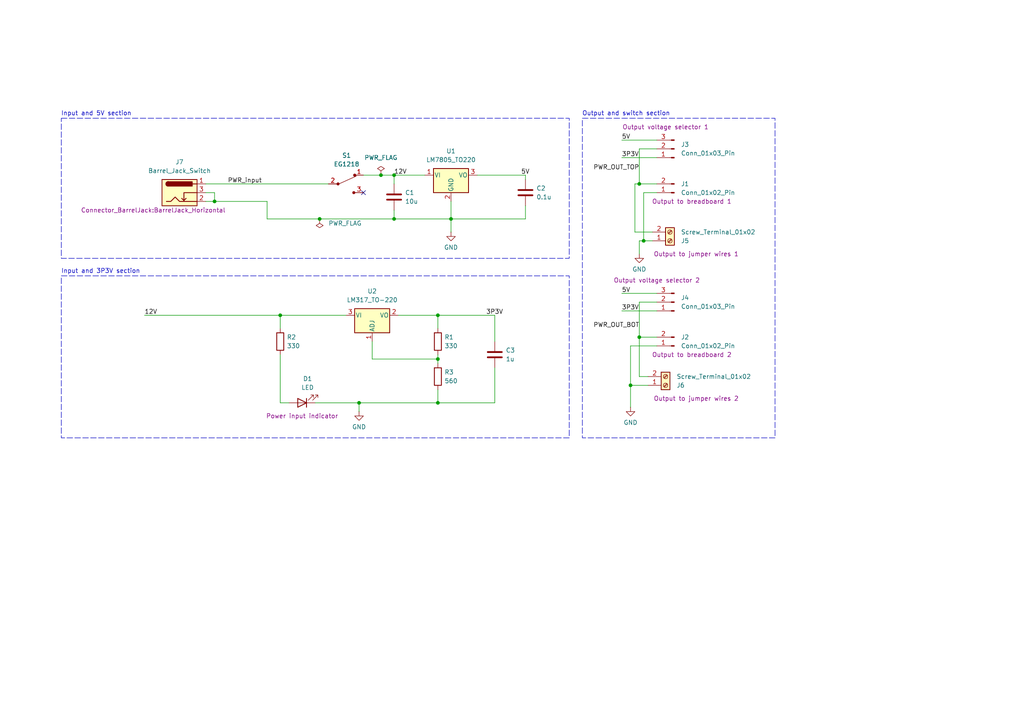
<source format=kicad_sch>
(kicad_sch (version 20231120) (generator "eeschema") (generator_version "8.0")
  (paper "A4")
  (title_block (title "Bread Board Power Supply") (date "2025-01-29") (rev "1") (comment 1 "Afsal Lais"))
  (lib_symbols
    (symbol "Connector:Barrel_Jack_Switch" (pin_names hide)
      (property "Reference" "J" (at 0 5.334 0))
      (property "Value" "Barrel_Jack_Switch" (at 0 -5.08 0))
      (symbol "Barrel_Jack_Switch_0_1"
        (rectangle (start -5.08 3.81) (end 5.08 -3.81) (stroke (width 0.254)) (fill (type background)))
        (arc (start -3.302 3.175) (mid -3.9343 2.54) (end -3.302 1.905) (stroke (width 0.254)))
        (arc (start -3.302 3.175) (mid -3.9343 2.54) (end -3.302 1.905) (stroke (width 0.254)) (fill (type outline)))
        (polyline (pts (xy 1.27 -2.286) (xy 1.905 -1.651)) (stroke (width 0.254)))
        (polyline (pts (xy 5.08 2.54) (xy 3.81 2.54)) (stroke (width 0.254)))
        (polyline (pts (xy 5.08 0) (xy 1.27 0) (xy 1.27 -2.286) (xy 0.635 -1.651)) (stroke (width 0.254)))
        (polyline (pts (xy -3.81 -2.54) (xy -2.54 -2.54) (xy -1.27 -1.27) (xy 0 -2.54) (xy 2.54 -2.54) (xy 5.08 -2.54)) (stroke (width 0.254)))
        (rectangle (start 3.683 3.175) (end -3.302 1.905) (stroke (width 0.254)) (fill (type outline)))
      )
      (symbol "Barrel_Jack_Switch_1_1"
        (pin passive line (at 7.62 2.54 180) (length 2.54) (name "~") (number "1"))
        (pin passive line (at 7.62 -2.54 180) (length 2.54) (name "~") (number "2"))
        (pin passive line (at 7.62 0 180) (length 2.54) (name "~") (number "3"))
      )
    )
    (symbol "Connector:Conn_01x02_Pin" (pin_names (offset 1.016) hide)
      (property "Reference" "J" (at 0 2.54 0))
      (property "Value" "Conn_01x02_Pin" (at 0 -5.08 0))
      (symbol "Conn_01x02_Pin_1_1"
        (polyline (pts (xy 1.27 -2.54) (xy 0.8636 -2.54)) (stroke (width 0.1524)))
        (polyline (pts (xy 1.27 0) (xy 0.8636 0)) (stroke (width 0.1524)))
        (rectangle (start 0.8636 -2.413) (end 0 -2.667) (stroke (width 0.1524)) (fill (type outline)))
        (rectangle (start 0.8636 0.127) (end 0 -0.127) (stroke (width 0.1524)) (fill (type outline)))
        (pin passive line (at 5.08 0 180) (length 3.81) (name "Pin_1") (number "1"))
        (pin passive line (at 5.08 -2.54 180) (length 3.81) (name "Pin_2") (number "2"))
      )
    )
    (symbol "Connector:Conn_01x03_Pin" (pin_names (offset 1.016) hide)
      (property "Reference" "J" (at 0 5.08 0))
      (property "Value" "Conn_01x03_Pin" (at 0 -5.08 0))
      (symbol "Conn_01x03_Pin_1_1"
        (polyline (pts (xy 1.27 -2.54) (xy 0.8636 -2.54)) (stroke (width 0.1524)))
        (polyline (pts (xy 1.27 0) (xy 0.8636 0)) (stroke (width 0.1524)))
        (polyline (pts (xy 1.27 2.54) (xy 0.8636 2.54)) (stroke (width 0.1524)))
        (rectangle (start 0.8636 -2.413) (end 0 -2.667) (stroke (width 0.1524)) (fill (type outline)))
        (rectangle (start 0.8636 0.127) (end 0 -0.127) (stroke (width 0.1524)) (fill (type outline)))
        (rectangle (start 0.8636 2.667) (end 0 2.413) (stroke (width 0.1524)) (fill (type outline)))
        (pin passive line (at 5.08 2.54 180) (length 3.81) (name "Pin_1") (number "1"))
        (pin passive line (at 5.08 0 180) (length 3.81) (name "Pin_2") (number "2"))
        (pin passive line (at 5.08 -2.54 180) (length 3.81) (name "Pin_3") (number "3"))
      )
    )
    (symbol "Connector:Screw_Terminal_01x02" (pin_names (offset 1.016) hide)
      (property "Reference" "J" (at 0 2.54 0))
      (property "Value" "Screw_Terminal_01x02" (at 0 -5.08 0))
      (symbol "Screw_Terminal_01x02_1_1"
        (rectangle (start -1.27 1.27) (end 1.27 -3.81) (stroke (width 0.254)) (fill (type background)))
        (circle (center 0 -2.54) (radius 0.635) (stroke (width 0.1524)))
        (polyline (pts (xy -0.5334 -2.2098) (xy 0.3302 -3.048)) (stroke (width 0.1524)))
        (polyline (pts (xy -0.5334 0.3302) (xy 0.3302 -0.508)) (stroke (width 0.1524)))
        (polyline (pts (xy -0.3556 -2.032) (xy 0.508 -2.8702)) (stroke (width 0.1524)))
        (polyline (pts (xy -0.3556 0.508) (xy 0.508 -0.3302)) (stroke (width 0.1524)))
        (circle (center 0 0) (radius 0.635) (stroke (width 0.1524)))
        (pin passive line (at -5.08 0 0) (length 3.81) (name "Pin_1") (number "1"))
        (pin passive line (at -5.08 -2.54 0) (length 3.81) (name "Pin_2") (number "2"))
      )
    )
    (symbol "Device:C" (pin_numbers hide) (pin_names (offset 0.254))
      (property "Reference" "C" (at 0.635 2.54 0))
      (property "Value" "C" (at 0.635 -2.54 0))
      (symbol "C_0_1"
        (polyline (pts (xy -2.032 -0.762) (xy 2.032 -0.762)) (stroke (width 0.508)))
        (polyline (pts (xy -2.032 0.762) (xy 2.032 0.762)) (stroke (width 0.508)))
      )
      (symbol "C_1_1"
        (pin passive line (at 0 3.81 270) (length 2.794) (name "~") (number "1"))
        (pin passive line (at 0 -3.81 90) (length 2.794) (name "~") (number "2"))
      )
    )
    (symbol "Device:LED" (pin_numbers hide) (pin_names (offset 1.016) hide)
      (property "Reference" "D" (at 0 2.54 0))
      (property "Value" "LED" (at 0 -2.54 0))
      (symbol "LED_0_1"
        (polyline (pts (xy -1.27 -1.27) (xy -1.27 1.27)) (stroke (width 0.254)))
        (polyline (pts (xy -1.27 0) (xy 1.27 0)))
        (polyline (pts (xy 1.27 -1.27) (xy 1.27 1.27) (xy -1.27 0) (xy 1.27 -1.27)) (stroke (width 0.254)))
        (polyline (pts (xy -3.048 -0.762) (xy -4.572 -2.286) (xy -3.81 -2.286) (xy -4.572 -2.286) (xy -4.572 -1.524)))
        (polyline (pts (xy -1.778 -0.762) (xy -3.302 -2.286) (xy -2.54 -2.286) (xy -3.302 -2.286) (xy -3.302 -1.524)))
      )
      (symbol "LED_1_1"
        (pin passive line (at -3.81 0 0) (length 2.54) (name "K") (number "1"))
        (pin passive line (at 3.81 0 180) (length 2.54) (name "A") (number "2"))
      )
    )
    (symbol "Device:R" (pin_numbers hide) (pin_names (offset 0))
      (property "Reference" "R" (at 2.032 0 90))
      (property "Value" "R" (at 0 0 90))
      (symbol "R_0_1"
        (rectangle (start -1.016 -2.54) (end 1.016 2.54) (stroke (width 0.254)))
      )
      (symbol "R_1_1"
        (pin passive line (at 0 3.81 270) (length 1.27) (name "~") (number "1"))
        (pin passive line (at 0 -3.81 90) (length 1.27) (name "~") (number "2"))
      )
    )
    (symbol "Regulator_Linear:LM317_TO-220" (pin_names (offset 0.254))
      (property "Reference" "U" (at -3.81 3.175 0))
      (property "Value" "LM317_TO-220" (at 0 3.175 0))
      (symbol "LM317_TO-220_0_1"
        (rectangle (start -5.08 1.905) (end 5.08 -5.08) (stroke (width 0.254)) (fill (type background)))
      )
      (symbol "LM317_TO-220_1_1"
        (pin input line (at 0 -7.62 90) (length 2.54) (name "ADJ") (number "1"))
        (pin power_out line (at 7.62 0 180) (length 2.54) (name "VO") (number "2"))
        (pin power_in line (at -7.62 0 0) (length 2.54) (name "VI") (number "3"))
      )
    )
    (symbol "Regulator_Linear:LM7805_TO220" (pin_names (offset 0.254))
      (property "Reference" "U" (at -3.81 3.175 0))
      (property "Value" "LM7805_TO220" (at 0 3.175 0))
      (symbol "LM7805_TO220_0_1"
        (rectangle (start -5.08 1.905) (end 5.08 -5.08) (stroke (width 0.254)) (fill (type background)))
      )
      (symbol "LM7805_TO220_1_1"
        (pin power_in line (at -7.62 0 0) (length 2.54) (name "VI") (number "1"))
        (pin power_in line (at 0 -7.62 90) (length 2.54) (name "GND") (number "2"))
        (pin power_out line (at 7.62 0 180) (length 2.54) (name "VO") (number "3"))
      )
    )
    (symbol "dk_Slide-Switches:EG1218" (pin_names (offset 0))
      (property "Reference" "S" (at -3.81 2.286 0))
      (property "Value" "EG1218" (at 0 -5.334 0))
      (symbol "EG1218_0_1"
        (circle (center -2.286 0) (radius 0.3556) (fill (type outline)))
        (polyline (pts (xy -2.032 0) (xy 3.048 2.286)))
        (circle (center 2.286 -2.54) (radius 0.3556) (fill (type outline)))
        (circle (center 2.54 2.54) (radius 0.3556) (fill (type outline)))
      )
      (symbol "EG1218_1_1"
        (pin passive line (at 5.08 2.54 180) (length 2.54) (name "~") (number "1"))
        (pin passive line (at -5.08 0 0) (length 2.54) (name "~") (number "2"))
        (pin passive line (at 5.08 -2.54 180) (length 2.54) (name "~") (number "3"))
      )
    )
    (symbol "power:GND" (power) (pin_numbers hide) (pin_names (offset 0) hide)
      (property "Value" "GND" (at 0 -3.81 0))
      (symbol "GND_0_1"
        (polyline (pts (xy 0 0) (xy 0 -1.27) (xy 1.27 -1.27) (xy 0 -2.54) (xy -1.27 -1.27) (xy 0 -1.27)))
      )
      (symbol "GND_1_1"
        (pin power_in line (at 0 0 270) (length 0) (name "~") (number "1"))
      )
    )
    (symbol "power:PWR_FLAG" (power) (pin_numbers hide) (pin_names (offset 0) hide)
      (property "Value" "PWR_FLAG" (at 0 3.81 0))
      (symbol "PWR_FLAG_0_0"
        (pin power_out line (at 0 0 90) (length 0) (name "~") (number "1"))
      )
      (symbol "PWR_FLAG_0_1"
        (polyline (pts (xy 0 0) (xy 0 1.27) (xy -1.016 1.905) (xy 0 2.54) (xy 1.016 1.905) (xy 0 1.27)))
      )
    )
  )
  (junction (at 182.88 111.76))
  (junction (at 62.23 58.42))
  (junction (at 92.71 63.5))
  (junction (at 110.49 50.8))
  (junction (at 127 91.44))
  (junction (at 104.14 116.84))
  (junction (at 186.69 69.85))
  (junction (at 127 116.84))
  (junction (at 127 104.14))
  (junction (at 185.42 53.34))
  (junction (at 185.42 97.79))
  (junction (at 130.81 63.5))
  (junction (at 114.3 50.8))
  (junction (at 114.3 63.5))
  (junction (at 81.28 91.44))
  (no_connect (at 105.41 55.88))
  (wire (pts (xy 130.81 58.42) (xy 130.81 63.5)))
  (wire (pts (xy 143.51 116.84) (xy 127 116.84)))
  (wire (pts (xy 127 95.25) (xy 127 91.44)))
  (wire (pts (xy 62.23 55.88) (xy 62.23 58.42)))
  (wire (pts (xy 180.34 90.17) (xy 190.5 90.17)))
  (wire (pts (xy 185.42 43.18) (xy 185.42 53.34)))
  (wire (pts (xy 59.69 58.42) (xy 62.23 58.42)))
  (wire (pts (xy 110.49 50.8) (xy 114.3 50.8)))
  (wire (pts (xy 190.5 87.63) (xy 185.42 87.63)))
  (wire (pts (xy 127 91.44) (xy 143.51 91.44)))
  (wire (pts (xy 81.28 102.87) (xy 81.28 116.84)))
  (wire (pts (xy 184.15 53.34) (xy 184.15 67.31)))
  (wire (pts (xy 114.3 50.8) (xy 114.3 53.34)))
  (wire (pts (xy 182.88 100.33) (xy 182.88 111.76)))
  (wire (pts (xy 115.57 91.44) (xy 127 91.44)))
  (wire (pts (xy 186.69 69.85) (xy 189.23 69.85)))
  (wire (pts (xy 186.69 55.88) (xy 186.69 69.85)))
  (wire (pts (xy 127 113.03) (xy 127 116.84)))
  (wire (pts (xy 152.4 59.69) (xy 152.4 63.5)))
  (wire (pts (xy 81.28 91.44) (xy 100.33 91.44)))
  (wire (pts (xy 59.69 55.88) (xy 62.23 55.88)))
  (wire (pts (xy 62.23 58.42) (xy 77.47 58.42)))
  (wire (pts (xy 180.34 45.72) (xy 190.5 45.72)))
  (wire (pts (xy 130.81 67.31) (xy 130.81 63.5)))
  (wire (pts (xy 104.14 116.84) (xy 104.14 119.38)))
  (wire (pts (xy 185.42 109.22) (xy 187.96 109.22)))
  (wire (pts (xy 182.88 111.76) (xy 182.88 118.11)))
  (wire (pts (xy 81.28 91.44) (xy 81.28 95.25)))
  (wire (pts (xy 92.71 63.5) (xy 114.3 63.5)))
  (wire (pts (xy 184.15 53.34) (xy 185.42 53.34)))
  (wire (pts (xy 130.81 63.5) (xy 114.3 63.5)))
  (wire (pts (xy 77.47 63.5) (xy 92.71 63.5)))
  (wire (pts (xy 104.14 116.84) (xy 127 116.84)))
  (wire (pts (xy 138.43 50.8) (xy 152.4 50.8)))
  (wire (pts (xy 107.95 104.14) (xy 127 104.14)))
  (wire (pts (xy 189.23 67.31) (xy 184.15 67.31)))
  (wire (pts (xy 186.69 55.88) (xy 190.5 55.88)))
  (wire (pts (xy 143.51 106.68) (xy 143.51 116.84)))
  (wire (pts (xy 127 104.14) (xy 127 105.41)))
  (wire (pts (xy 143.51 99.06) (xy 143.51 91.44)))
  (wire (pts (xy 59.69 53.34) (xy 95.25 53.34)))
  (wire (pts (xy 152.4 52.07) (xy 152.4 50.8)))
  (wire (pts (xy 107.95 99.06) (xy 107.95 104.14)))
  (wire (pts (xy 114.3 50.8) (xy 123.19 50.8)))
  (wire (pts (xy 187.96 111.76) (xy 182.88 111.76)))
  (wire (pts (xy 152.4 63.5) (xy 130.81 63.5)))
  (wire (pts (xy 180.34 40.64) (xy 190.5 40.64)))
  (wire (pts (xy 190.5 100.33) (xy 182.88 100.33)))
  (wire (pts (xy 77.47 58.42) (xy 77.47 63.5)))
  (wire (pts (xy 127 102.87) (xy 127 104.14)))
  (wire (pts (xy 185.42 97.79) (xy 190.5 97.79)))
  (wire (pts (xy 105.41 50.8) (xy 110.49 50.8)))
  (wire (pts (xy 114.3 60.96) (xy 114.3 63.5)))
  (wire (pts (xy 185.42 43.18) (xy 190.5 43.18)))
  (wire (pts (xy 185.42 69.85) (xy 185.42 73.66)))
  (wire (pts (xy 185.42 97.79) (xy 185.42 109.22)))
  (wire (pts (xy 185.42 69.85) (xy 186.69 69.85)))
  (wire (pts (xy 180.34 85.09) (xy 190.5 85.09)))
  (wire (pts (xy 81.28 116.84) (xy 83.82 116.84)))
  (wire (pts (xy 185.42 53.34) (xy 190.5 53.34)))
  (wire (pts (xy 41.91 91.44) (xy 81.28 91.44)))
  (wire (pts (xy 91.44 116.84) (xy 104.14 116.84)))
  (wire (pts (xy 185.42 87.63) (xy 185.42 97.79)))
  (text_box "" (exclude_from_sim yes) (at 168.91 34.29 0) (size 55.88 92.71) (stroke (width 0) (type dash)) (effects (font (size 1.27 1.27)) (justify left top)))
  (text_box "" (exclude_from_sim yes) (at 17.78 34.29 0) (size 147.32 40.64) (stroke (width 0) (type dash)) (effects (font (size 1.27 1.27)) (justify left top)))
  (text_box "" (exclude_from_sim yes) (at 17.78 80.01 0) (size 147.32 46.99) (stroke (width 0) (type dash)) (effects (font (size 1.27 1.27)) (justify left top)))
  (text "Input and 3P3V section\n" (at 29.21 78.74 0) (effects (font (size 1.27 1.27))))
  (text "Input and 5V section\n" (at 27.94 33.02 0) (effects (font (size 1.27 1.27))))
  (text "Output and switch section\n" (at 181.61 33.02 0) (effects (font (size 1.27 1.27))))
  (label "5V" (at 180.34 40.64 0))
  (label "PWR_OUT_TOP" (at 185.42 49.53 180))
  (label "5V" (at 151.13 50.8 0))
  (label "12V" (at 41.91 91.44 0))
  (label "3P3V" (at 180.34 45.72 0))
  (label "3P3V" (at 140.97 91.44 0))
  (label "PWR_OUT_BOT" (at 185.42 95.25 180))
  (label "12V" (at 114.3 50.8 0))
  (label "PWR_input" (at 66.04 53.34 0))
  (label "3P3V" (at 180.34 90.17 0))
  (label "5V" (at 180.34 85.09 0))
  (symbol (lib_id "power:GND") (at 182.88 118.11 0) (unit 1)
    (property "Reference" "#PWR04" (effects (hide yes)))
    (property "Value" "GND" (at 182.88 122.555 0))
    (property "Description" "Power symbol creates a global label with name \"GND\" , ground" (effects (hide yes)))
  )
  (symbol (lib_id "power:GND") (at 185.42 73.66 0) (unit 1)
    (property "Reference" "#PWR03" (effects (hide yes)))
    (property "Value" "GND" (at 185.42 78.105 0))
    (property "Description" "Power symbol creates a global label with name \"GND\" , ground" (effects (hide yes)))
  )
  (symbol (lib_id "Connector:Conn_01x02_Pin") (at 195.58 55.88 180) (unit 1)
    (property "Reference" "J1" (at 197.485 53.3399 0) (effects (justify right)))
    (property "Value" "Conn_01x02_Pin" (at 197.485 55.8799 0) (effects (justify right)))
    (property "Footprint" "Connector_PinHeader_2.54mm:PinHeader_1x02_P2.54mm_Vertical" (effects (hide yes)))
    (property "Description" "Generic connector, single row, 01x02, script generated" (effects (hide yes)))
    (property "Purpose" "Output to breadboard 1" (at 200.66 58.42 0))
  )
  (symbol (lib_id "Device:C") (at 114.3 57.15 0) (unit 1)
    (property "Reference" "C1" (at 117.475 55.8799 0) (effects (justify left)))
    (property "Value" "10u" (at 117.475 58.4199 0) (effects (justify left)))
    (property "Footprint" "Capacitor_THT:C_Disc_D3.0mm_W1.6mm_P2.50mm" (effects (hide yes)))
    (property "Description" "Unpolarized capacitor" (effects (hide yes)))
  )
  (symbol (lib_id "Connector:Barrel_Jack_Switch") (at 52.07 55.88 0) (unit 1)
    (property "Reference" "J7" (at 52.07 46.99 0))
    (property "Value" "Barrel_Jack_Switch" (at 52.07 49.53 0))
    (property "Footprint" "Connector_BarrelJack:BarrelJack_Horizontal" (at 44.45 60.96 0))
    (property "Description" "DC Barrel Jack with an internal switch" (effects (hide yes)))
  )
  (symbol (lib_id "power:GND") (at 130.81 67.31 0) (unit 1)
    (property "Reference" "#PWR01" (effects (hide yes)))
    (property "Value" "GND" (at 130.81 71.755 0))
    (property "Description" "Power symbol creates a global label with name \"GND\" , ground" (effects (hide yes)))
  )
  (symbol (lib_id "Connector:Conn_01x02_Pin") (at 195.58 100.33 180) (unit 1)
    (property "Reference" "J2" (at 197.485 97.7899 0) (effects (justify right)))
    (property "Value" "Conn_01x02_Pin" (at 197.485 100.3299 0) (effects (justify right)))
    (property "Footprint" "Connector_PinHeader_2.54mm:PinHeader_1x02_P2.54mm_Vertical" (effects (hide yes)))
    (property "Description" "Generic connector, single row, 01x02, script generated" (effects (hide yes)))
    (property "Purpose" "Output to breadboard 2" (at 200.66 102.87 0))
  )
  (symbol (lib_id "Device:C") (at 143.51 102.87 0) (unit 1)
    (property "Reference" "C3" (at 146.685 101.5999 0) (effects (justify left)))
    (property "Value" "1u" (at 146.685 104.1399 0) (effects (justify left)))
    (property "Footprint" "Capacitor_THT:C_Disc_D3.0mm_W1.6mm_P2.50mm" (effects (hide yes)))
    (property "Description" "Unpolarized capacitor" (effects (hide yes)))
  )
  (symbol (lib_id "Regulator_Linear:LM7805_TO220") (at 130.81 50.8 0) (unit 1)
    (property "Reference" "U1" (at 130.81 43.815 0))
    (property "Value" "LM7805_TO220" (at 130.81 46.355 0))
    (property "Footprint" "Package_TO_SOT_THT:TO-220-3_Vertical" (effects (hide yes)))
    (property "Datasheet" "https://www.onsemi.cn/PowerSolutions/document/MC7800-D.PDF" (effects (hide yes)))
    (property "Description" "Positive 1A 35V Linear Regulator, Fixed Output 5V, TO-220" (effects (hide yes)))
  )
  (symbol (lib_id "power:PWR_FLAG") (at 92.71 63.5 180) (unit 1)
    (property "Reference" "#FLG01" (effects (hide yes)))
    (property "Value" "PWR_FLAG" (at 95.25 64.7699 0) (effects (justify right)))
    (property "Description" "Special symbol for telling ERC where power comes from" (effects (hide yes)))
  )
  (symbol (lib_id "Connector:Screw_Terminal_01x02") (at 194.31 69.85 0) (mirror x) (unit 1)
    (property "Reference" "J5" (at 197.485 69.8501 0) (effects (justify left)))
    (property "Value" "Screw_Terminal_01x02" (at 197.485 67.3101 0) (effects (justify left)))
    (property "Footprint" "TerminalBlock:TerminalBlock_bornier-2_P5.08mm" (effects (hide yes)))
    (property "Description" "Generic screw terminal, single row, 01x02, script generated (kicad-library-utils/schlib/autogen/connector/)" (effects (hide yes)))
    (property "Purpose" "Output to jumper wires 1" (at 201.93 73.66 0))
  )
  (symbol (lib_id "Device:R") (at 81.28 99.06 180) (unit 1)
    (property "Reference" "R2" (at 83.185 97.7899 0) (effects (justify right)))
    (property "Value" "330" (at 83.185 100.3299 0) (effects (justify right)))
    (property "Footprint" "Resistor_THT:R_Axial_DIN0207_L6.3mm_D2.5mm_P7.62mm_Horizontal" (effects (hide yes)))
    (property "Description" "Resistor" (effects (hide yes)))
  )
  (symbol (lib_id "Device:R") (at 127 99.06 180) (unit 1)
    (property "Reference" "R1" (at 128.905 97.7899 0) (effects (justify right)))
    (property "Value" "330" (at 128.905 100.3299 0) (effects (justify right)))
    (property "Footprint" "Resistor_THT:R_Axial_DIN0207_L6.3mm_D2.5mm_P7.62mm_Horizontal" (effects (hide yes)))
    (property "Description" "Resistor" (effects (hide yes)))
  )
  (symbol (lib_id "Connector:Conn_01x03_Pin") (at 195.58 43.18 180) (unit 1)
    (property "Reference" "J3" (at 197.485 41.9099 0) (effects (justify right)))
    (property "Value" "Conn_01x03_Pin" (at 197.485 44.4499 0) (effects (justify right)))
    (property "Footprint" "Connector_PinHeader_2.54mm:PinHeader_1x03_P2.54mm_Vertical" (effects (hide yes)))
    (property "Description" "Generic connector, single row, 01x03, script generated" (effects (hide yes)))
    (property "Purpose" "Output voltage selector 1" (at 193.04 36.83 0))
  )
  (symbol (lib_id "dk_Slide-Switches:EG1218") (at 100.33 53.34 0) (unit 1)
    (property "Reference" "S1" (at 100.5332 45.085 0))
    (property "Value" "EG1218" (at 100.5332 47.625 0))
    (property "Footprint" "digikey-footprints:Switch_Slide_11.6x4mm_EG1218" (effects (hide yes)))
    (property "Datasheet" "http://spec_sheets.e-switch.com/specs/P040040.pdf" (effects (hide yes)))
    (property "Description" "SWITCH SLIDE SPDT 200MA 30V" (effects (hide yes)))
    (property "Digi-Key_PN" "EG1903-ND" (effects (hide yes)))
    (property "MPN" "EG1218" (effects (hide yes)))
    (property "Category" "Switches" (effects (hide yes)))
    (property "Family" "Slide Switches" (effects (hide yes)))
    (property "DK_Datasheet_Link" "http://spec_sheets.e-switch.com/specs/P040040.pdf" (effects (hide yes)))
    (property "DK_Detail_Page" "/product-detail/en/e-switch/EG1218/EG1903-ND/101726" (effects (hide yes)))
    (property "Description_1" "SWITCH SLIDE SPDT 200MA 30V" (effects (hide yes)))
    (property "Manufacturer" "E-Switch" (effects (hide yes)))
    (property "Status" "Active" (effects (hide yes)))
  )
  (symbol (lib_id "Connector:Screw_Terminal_01x02") (at 193.04 111.76 0) (mirror x) (unit 1)
    (property "Reference" "J6" (at 196.215 111.7601 0) (effects (justify left)))
    (property "Value" "Screw_Terminal_01x02" (at 196.215 109.2201 0) (effects (justify left)))
    (property "Footprint" "TerminalBlock:TerminalBlock_bornier-2_P5.08mm" (effects (hide yes)))
    (property "Description" "Generic screw terminal, single row, 01x02, script generated (kicad-library-utils/schlib/autogen/connector/)" (effects (hide yes)))
    (property "Purpose" "Output to jumper wires 2" (at 201.93 115.57 0))
  )
  (symbol (lib_id "power:GND") (at 104.14 119.38 0) (unit 1)
    (property "Reference" "#PWR02" (effects (hide yes)))
    (property "Value" "GND" (at 104.14 123.825 0))
    (property "Description" "Power symbol creates a global label with name \"GND\" , ground" (effects (hide yes)))
  )
  (symbol (lib_id "Device:C") (at 152.4 55.88 0) (unit 1)
    (property "Reference" "C2" (at 155.575 54.6099 0) (effects (justify left)))
    (property "Value" "0.1u" (at 155.575 57.1499 0) (effects (justify left)))
    (property "Footprint" "Capacitor_THT:C_Disc_D3.0mm_W1.6mm_P2.50mm" (effects (hide yes)))
    (property "Description" "Unpolarized capacitor" (effects (hide yes)))
  )
  (symbol (lib_id "Connector:Conn_01x03_Pin") (at 195.58 87.63 180) (unit 1)
    (property "Reference" "J4" (at 197.485 86.3599 0) (effects (justify right)))
    (property "Value" "Conn_01x03_Pin" (at 197.485 88.8999 0) (effects (justify right)))
    (property "Footprint" "Connector_PinHeader_2.54mm:PinHeader_1x03_P2.54mm_Vertical" (effects (hide yes)))
    (property "Description" "Generic connector, single row, 01x03, script generated" (effects (hide yes)))
    (property "Purpose" "Output voltage selector 2" (at 190.5 81.28 0))
  )
  (symbol (lib_id "Device:LED") (at 87.63 116.84 180) (unit 1)
    (property "Reference" "D1" (at 89.2175 109.855 0))
    (property "Value" "LED" (at 89.2175 112.395 0))
    (property "Footprint" "LED_THT:LED_D5.0mm" (effects (hide yes)))
    (property "Description" "Light emitting diode" (effects (hide yes)))
    (property "Purpose" "Power input indicator" (at 87.63 120.65 0))
  )
  (symbol (lib_id "Regulator_Linear:LM317_TO-220") (at 107.95 91.44 0) (unit 1)
    (property "Reference" "U2" (at 107.95 84.455 0))
    (property "Value" "LM317_TO-220" (at 107.95 86.995 0))
    (property "Footprint" "Package_TO_SOT_THT:TO-220-3_Vertical" (effects (hide yes)))
    (property "Datasheet" "http://www.ti.com/lit/ds/symlink/lm317.pdf" (effects (hide yes)))
    (property "Description" "1.5A 35V Adjustable Linear Regulator, TO-220" (effects (hide yes)))
  )
  (symbol (lib_id "power:PWR_FLAG") (at 110.49 50.8 0) (unit 1)
    (property "Reference" "#FLG02" (effects (hide yes)))
    (property "Value" "PWR_FLAG" (at 110.49 45.72 0))
    (property "Description" "Special symbol for telling ERC where power comes from" (effects (hide yes)))
  )
  (symbol (lib_id "Device:R") (at 127 109.22 180) (unit 1)
    (property "Reference" "R3" (at 128.905 107.9499 0) (effects (justify right)))
    (property "Value" "560" (at 128.905 110.4899 0) (effects (justify right)))
    (property "Footprint" "Resistor_THT:R_Axial_DIN0207_L6.3mm_D2.5mm_P7.62mm_Horizontal" (effects (hide yes)))
    (property "Description" "Resistor" (effects (hide yes)))
  )
)
</source>
